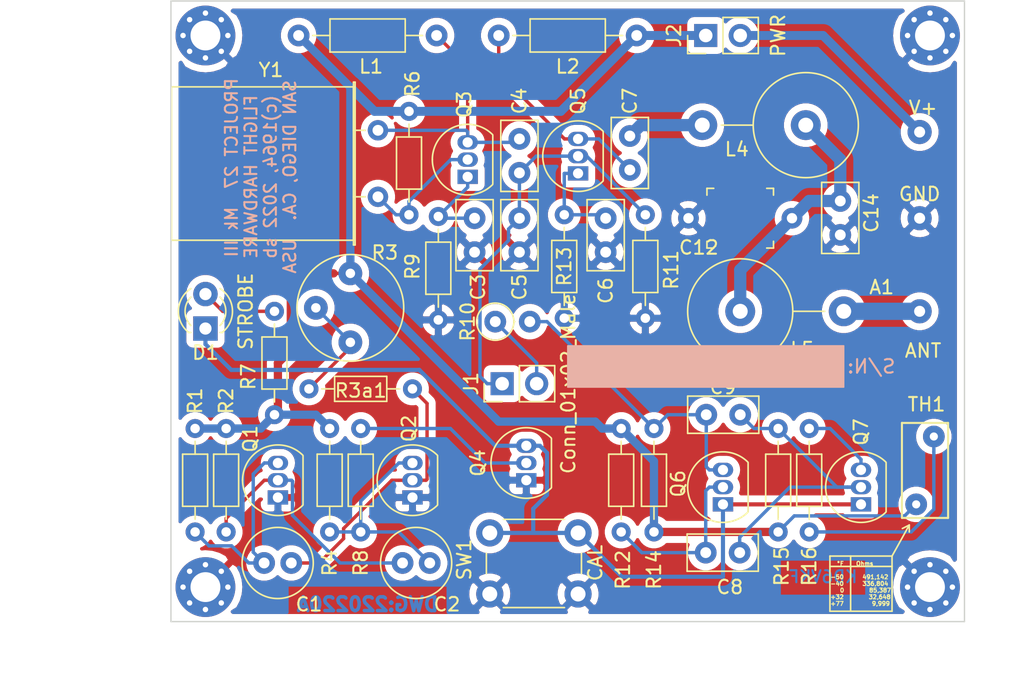
<source format=kicad_pcb>
(kicad_pcb (version 20171130) (host pcbnew "(5.1.5)-3")
  (layers (0 F.Cu signal) (31 B.Cu signal) (34 B.Paste user) (35 F.Paste user) (36 B.SilkS user) (37 F.SilkS user) (38 B.Mask user) (39 F.Mask user) (44 Edge.Cuts user))
  (net 0 "")
  (net 1 GNDREF)
  (net 2 "Net-(C1-Pad1)")
  (net 3 "Net-(C2-Pad2)")
  (net 4 "Net-(C2-Pad1)")
  (net 5 "Net-(C1-Pad2)")
  (net 6 "Net-(C3-Pad1)")
  (net 7 "Net-(C4-Pad1)")
  (net 8 "Net-(Q3-Pad2)")
  (net 9 "Net-(Q4-Pad2)")
  (net 10 "Net-(C6-Pad1)")
  (net 11 "Net-(C7-Pad1)")
  (net 12 "Net-(C4-Pad2)")
  (net 13 "Net-(C9-Pad2)")
  (net 14 "Net-(C8-Pad2)")
  (net 15 "Net-(Q7-Pad3)")
  (net 16 "Net-(C8-Pad1)")
  (net 17 "Net-(C7-Pad2)")
  (net 18 "Net-(C12-Pad1)")
  (net 19 +BATT)
  (net 20 "Net-(J1-Pad2)")
  (net 21 "Net-(D1-Pad2)")
  (net 22 "Net-(R16-Pad2)")
  (net 23 /RF_OUT)
  (net 24 "Net-(R3-Pad1)")
  (net 25 /~KEY)
  (net 26 "Net-(A2-Pad1)")
  (module Connector_PinHeader_2.54mm:PinHeader_1x02_P2.54mm_Vertical (layer F.Cu) (at 128.27 63.5 90)
    (fp_text reference J2 (at 0 -2.33 90) (layer F.SilkS))
    (fp_text value PWR (at 0 5.334 90) (layer F.SilkS))
    (pad 2 thru_hole oval (at 0 2.54 90) (size 1.7 1.7) (drill 1) (layers *.Cu *.Mask) (net 26 "Net-(A2-Pad1)"))
    (pad 1 thru_hole rect (at 0 0 90) (size 1.7 1.7) (drill 1) (layers *.Cu *.Mask) (net 19 +BATT))
  )
  (module BALOON_TX_27:Hole_100_75 (layer F.Cu) (at 144.018 83.82)
    (fp_text reference A1 (at -2.794 -1.778) (layer F.SilkS))
    (fp_text value ANT (at 0.254 2.9) (layer F.SilkS))
    (pad 1 thru_hole circle (at 0 0) (size 1.778 1.778) (drill 0.8128) (layers *.Cu *.Mask) (net 23 /RF_OUT))
  )
  (module Connector_PinHeader_2.54mm:PinHeader_1x02_P2.54mm_Vertical (layer F.Cu) (at 113.284 89.154 90)
    (fp_text reference J1 (at 0 -2.286 90) (layer F.SilkS))
    (fp_text value Conn_01x02_Male (at 0 4.87 90) (layer F.SilkS))
    (pad 2 thru_hole oval (at 0 2.54 90) (size 1.7 1.7) (drill 1) (layers *.Cu *.Mask) (net 20 "Net-(J1-Pad2)"))
    (pad 1 thru_hole rect (at 0 0 90) (size 1.7 1.7) (drill 1) (layers *.Cu *.Mask) (net 12 "Net-(C4-Pad2)"))
  )
  (module MountingHole:MountingHole_2.2mm_M2_Pad_Via (layer F.Cu) (at 91.44 104.14)
    (fp_text reference H2 hide)
    (fp_text value MountingHole_Pad)
    (pad 1 thru_hole circle (at 1.166726 -1.166726) (size 0.7 0.7) (drill 0.4) (layers *.Cu *.Mask) (net 1 GNDREF))
    (pad 1 thru_hole circle (at 0 -1.65) (size 0.7 0.7) (drill 0.4) (layers *.Cu *.Mask) (net 1 GNDREF))
    (pad 1 thru_hole circle (at -1.166726 -1.166726) (size 0.7 0.7) (drill 0.4) (layers *.Cu *.Mask) (net 1 GNDREF))
    (pad 1 thru_hole circle (at -1.65 0) (size 0.7 0.7) (drill 0.4) (layers *.Cu *.Mask) (net 1 GNDREF))
    (pad 1 thru_hole circle (at -1.166726 1.166726) (size 0.7 0.7) (drill 0.4) (layers *.Cu *.Mask) (net 1 GNDREF))
    (pad 1 thru_hole circle (at 0 1.65) (size 0.7 0.7) (drill 0.4) (layers *.Cu *.Mask) (net 1 GNDREF))
    (pad 1 thru_hole circle (at 1.166726 1.166726) (size 0.7 0.7) (drill 0.4) (layers *.Cu *.Mask) (net 1 GNDREF))
    (pad 1 thru_hole circle (at 1.65 0) (size 0.7 0.7) (drill 0.4) (layers *.Cu *.Mask) (net 1 GNDREF))
    (pad 1 thru_hole circle (at 0 0) (size 4.4 4.4) (drill 2.2) (layers *.Cu *.Mask) (net 1 GNDREF))
  )
  (module MountingHole:MountingHole_2.2mm_M2_Pad_Via (layer F.Cu) (at 91.44 63.5)
    (fp_text reference H1 hide)
    (fp_text value MountingHole_Pad)
    (pad 1 thru_hole circle (at 1.166726 -1.166726) (size 0.7 0.7) (drill 0.4) (layers *.Cu *.Mask) (net 1 GNDREF))
    (pad 1 thru_hole circle (at 0 -1.65) (size 0.7 0.7) (drill 0.4) (layers *.Cu *.Mask) (net 1 GNDREF))
    (pad 1 thru_hole circle (at -1.166726 -1.166726) (size 0.7 0.7) (drill 0.4) (layers *.Cu *.Mask) (net 1 GNDREF))
    (pad 1 thru_hole circle (at -1.65 0) (size 0.7 0.7) (drill 0.4) (layers *.Cu *.Mask) (net 1 GNDREF))
    (pad 1 thru_hole circle (at -1.166726 1.166726) (size 0.7 0.7) (drill 0.4) (layers *.Cu *.Mask) (net 1 GNDREF))
    (pad 1 thru_hole circle (at 0 1.65) (size 0.7 0.7) (drill 0.4) (layers *.Cu *.Mask) (net 1 GNDREF))
    (pad 1 thru_hole circle (at 1.166726 1.166726) (size 0.7 0.7) (drill 0.4) (layers *.Cu *.Mask) (net 1 GNDREF))
    (pad 1 thru_hole circle (at 1.65 0) (size 0.7 0.7) (drill 0.4) (layers *.Cu *.Mask) (net 1 GNDREF))
    (pad 1 thru_hole circle (at 0 0) (size 4.4 4.4) (drill 2.2) (layers *.Cu *.Mask) (net 1 GNDREF))
  )
  (module MountingHole:MountingHole_2.2mm_M2_Pad_Via (layer F.Cu) (at 144.78 104.14)
    (fp_text reference H4 hide)
    (fp_text value MountingHole_Pad)
    (pad 1 thru_hole circle (at 1.166726 -1.166726) (size 0.7 0.7) (drill 0.4) (layers *.Cu *.Mask) (net 1 GNDREF))
    (pad 1 thru_hole circle (at 0 -1.65) (size 0.7 0.7) (drill 0.4) (layers *.Cu *.Mask) (net 1 GNDREF))
    (pad 1 thru_hole circle (at -1.166726 -1.166726) (size 0.7 0.7) (drill 0.4) (layers *.Cu *.Mask) (net 1 GNDREF))
    (pad 1 thru_hole circle (at -1.65 0) (size 0.7 0.7) (drill 0.4) (layers *.Cu *.Mask) (net 1 GNDREF))
    (pad 1 thru_hole circle (at -1.166726 1.166726) (size 0.7 0.7) (drill 0.4) (layers *.Cu *.Mask) (net 1 GNDREF))
    (pad 1 thru_hole circle (at 0 1.65) (size 0.7 0.7) (drill 0.4) (layers *.Cu *.Mask) (net 1 GNDREF))
    (pad 1 thru_hole circle (at 1.166726 1.166726) (size 0.7 0.7) (drill 0.4) (layers *.Cu *.Mask) (net 1 GNDREF))
    (pad 1 thru_hole circle (at 1.65 0) (size 0.7 0.7) (drill 0.4) (layers *.Cu *.Mask) (net 1 GNDREF))
    (pad 1 thru_hole circle (at 0 0) (size 4.4 4.4) (drill 2.2) (layers *.Cu *.Mask) (net 1 GNDREF))
  )
  (module MountingHole:MountingHole_2.2mm_M2_Pad_Via (layer F.Cu) (at 144.78 63.5)
    (fp_text reference H3 hide)
    (fp_text value MountingHole_Pad)
    (pad 1 thru_hole circle (at 1.166726 -1.166726) (size 0.7 0.7) (drill 0.4) (layers *.Cu *.Mask) (net 1 GNDREF))
    (pad 1 thru_hole circle (at 0 -1.65) (size 0.7 0.7) (drill 0.4) (layers *.Cu *.Mask) (net 1 GNDREF))
    (pad 1 thru_hole circle (at -1.166726 -1.166726) (size 0.7 0.7) (drill 0.4) (layers *.Cu *.Mask) (net 1 GNDREF))
    (pad 1 thru_hole circle (at -1.65 0) (size 0.7 0.7) (drill 0.4) (layers *.Cu *.Mask) (net 1 GNDREF))
    (pad 1 thru_hole circle (at -1.166726 1.166726) (size 0.7 0.7) (drill 0.4) (layers *.Cu *.Mask) (net 1 GNDREF))
    (pad 1 thru_hole circle (at 0 1.65) (size 0.7 0.7) (drill 0.4) (layers *.Cu *.Mask) (net 1 GNDREF))
    (pad 1 thru_hole circle (at 1.166726 1.166726) (size 0.7 0.7) (drill 0.4) (layers *.Cu *.Mask) (net 1 GNDREF))
    (pad 1 thru_hole circle (at 1.65 0) (size 0.7 0.7) (drill 0.4) (layers *.Cu *.Mask) (net 1 GNDREF))
    (pad 1 thru_hole circle (at 0 0) (size 4.4 4.4) (drill 2.2) (layers *.Cu *.Mask) (net 1 GNDREF))
  )
  (module BALOON_TX_27:C_Trimmer_Murata_TZB4-B (layer F.Cu) (at 130.81 76.962 180)
    (fp_text reference C12 (at 3.048 -2.159) (layer F.SilkS))
    (fp_text value 0..68p)
    (pad 1 thru_hole circle (at -3.81 0 180) (size 1.524 1.524) (drill 0.762) (layers *.Cu *.Mask) (net 18 "Net-(C12-Pad1)"))
    (pad 2 thru_hole circle (at 3.81 0 180) (size 1.524 1.524) (drill 0.762) (layers *.Cu *.Mask) (net 1 GNDREF))
  )
  (module Potentiometer_THT:Potentiometer_Bourns_3339P_Vertical_HandSoldering (layer F.Cu) (at 102.108 86.106)
    (fp_text reference R3 (at 2.54 -6.604) (layer F.SilkS))
    (fp_text value 100k)
    (pad 1 thru_hole circle (at 0 0) (size 1.75 1.75) (drill 0.7) (layers *.Cu *.Mask) (net 24 "Net-(R3-Pad1)"))
    (pad 2 thru_hole circle (at -2.54 -2.54) (size 1.75 1.75) (drill 0.7) (layers *.Cu *.Mask) (net 24 "Net-(R3-Pad1)"))
    (pad 3 thru_hole circle (at 0 -5.08) (size 1.75 1.75) (drill 0.7) (layers *.Cu *.Mask) (net 19 +BATT))
  )
  (module Button_Switch_THT:SW_PUSH_6mm_H4.3mm (layer F.Cu) (at 118.872 104.648 180)
    (fp_text reference SW1 (at 8.382 2.54 90) (layer F.SilkS))
    (fp_text value CAL (at -1.27 2.286 90) (layer F.SilkS))
    (pad 1 thru_hole circle (at 6.5 0 270) (size 2 2) (drill 1.1) (layers *.Cu *.Mask) (net 1 GNDREF))
    (pad 2 thru_hole circle (at 6.5 4.5 270) (size 2 2) (drill 1.1) (layers *.Cu *.Mask) (net 25 /~KEY))
    (pad 1 thru_hole circle (at 0 0 270) (size 2 2) (drill 1.1) (layers *.Cu *.Mask) (net 1 GNDREF))
    (pad 2 thru_hole circle (at 0 4.5 270) (size 2 2) (drill 1.1) (layers *.Cu *.Mask) (net 25 /~KEY))
  )
  (module Inductor_THT:L_Axial_L16.0mm_D7.5mm_P7.62mm_Vertical_Fastron_XHBCC (layer F.Cu) (at 130.81 83.82)
    (fp_text reference L5 (at 4.572 2.794) (layer F.SilkS))
    (fp_text value 8T)
    (pad 2 thru_hole oval (at 7.62 0) (size 2.2 2.2) (drill 1.1) (layers *.Cu *.Mask) (net 23 /RF_OUT))
    (pad 1 thru_hole circle (at 0 0) (size 2.2 2.2) (drill 1.1) (layers *.Cu *.Mask) (net 18 "Net-(C12-Pad1)"))
  )
  (module Package_TO_SOT_THT:TO-92_Inline (layer F.Cu) (at 118.872 73.66 90)
    (fp_text reference Q5 (at 5.334 0 90) (layer F.SilkS))
    (fp_text value 2N3904)
    (pad 1 thru_hole rect (at 0 0 90) (size 1.05 1.5) (drill 0.75) (layers *.Cu *.Mask) (net 10 "Net-(C6-Pad1)"))
    (pad 3 thru_hole oval (at 2.54 0 90) (size 1.05 1.5) (drill 0.75) (layers *.Cu *.Mask) (net 11 "Net-(C7-Pad1)"))
    (pad 2 thru_hole oval (at 1.27 0 90) (size 1.05 1.5) (drill 0.75) (layers *.Cu *.Mask) (net 12 "Net-(C4-Pad2)"))
  )
  (module Capacitor_THT:C_Disc_D5.0mm_W2.5mm_P2.50mm (layer F.Cu) (at 114.554 71.12 270)
    (fp_text reference C4 (at -2.794 0 90) (layer F.SilkS))
    (fp_text value 47)
    (pad 2 thru_hole circle (at 2.5 0 270) (size 1.6 1.6) (drill 0.8) (layers *.Cu *.Mask) (net 12 "Net-(C4-Pad2)"))
    (pad 1 thru_hole circle (at 0 0 270) (size 1.6 1.6) (drill 0.8) (layers *.Cu *.Mask) (net 7 "Net-(C4-Pad1)"))
  )
  (module Capacitor_THT:C_Disc_D5.0mm_W2.5mm_P2.50mm (layer F.Cu) (at 111.252 76.962 270)
    (fp_text reference C3 (at 5.08 -0.254 90) (layer F.SilkS))
    (fp_text value 102)
    (pad 2 thru_hole circle (at 2.5 0 270) (size 1.6 1.6) (drill 0.8) (layers *.Cu *.Mask) (net 1 GNDREF))
    (pad 1 thru_hole circle (at 0 0 270) (size 1.6 1.6) (drill 0.8) (layers *.Cu *.Mask) (net 6 "Net-(C3-Pad1)"))
  )
  (module Capacitor_THT:C_Disc_D5.0mm_W2.5mm_P2.50mm (layer F.Cu) (at 120.904 76.962 270)
    (fp_text reference C6 (at 5.334 0 90) (layer F.SilkS))
    (fp_text value 103)
    (pad 2 thru_hole circle (at 2.5 0 270) (size 1.6 1.6) (drill 0.8) (layers *.Cu *.Mask) (net 1 GNDREF))
    (pad 1 thru_hole circle (at 0 0 270) (size 1.6 1.6) (drill 0.8) (layers *.Cu *.Mask) (net 10 "Net-(C6-Pad1)"))
  )
  (module Capacitor_THT:C_Disc_D5.0mm_W2.5mm_P2.50mm (layer F.Cu) (at 122.682 73.406 90)
    (fp_text reference C7 (at 5.08 0 90) (layer F.SilkS))
    (fp_text value 101)
    (pad 1 thru_hole circle (at 0 0 90) (size 1.6 1.6) (drill 0.8) (layers *.Cu *.Mask) (net 11 "Net-(C7-Pad1)"))
    (pad 2 thru_hole circle (at 2.5 0 90) (size 1.6 1.6) (drill 0.8) (layers *.Cu *.Mask) (net 17 "Net-(C7-Pad2)"))
  )
  (module Resistor_THT:R_Axial_DIN0204_L3.6mm_D1.6mm_P7.62mm_Horizontal (layer F.Cu) (at 106.426 69.088 270)
    (fp_text reference R6 (at -2.032 -0.254 90) (layer F.SilkS))
    (fp_text value 330K)
    (pad 2 thru_hole oval (at 7.62 0 270) (size 1.4 1.4) (drill 0.7) (layers *.Cu *.Mask) (net 8 "Net-(Q3-Pad2)"))
    (pad 1 thru_hole circle (at 0 0 270) (size 1.4 1.4) (drill 0.7) (layers *.Cu *.Mask) (net 19 +BATT))
  )
  (module Resistor_THT:R_Axial_DIN0204_L3.6mm_D1.6mm_P7.62mm_Horizontal (layer F.Cu) (at 108.585 76.835 270)
    (fp_text reference R9 (at 3.683 1.905 90) (layer F.SilkS))
    (fp_text value 55)
    (pad 2 thru_hole oval (at 7.62 0 270) (size 1.4 1.4) (drill 0.7) (layers *.Cu *.Mask) (net 1 GNDREF))
    (pad 1 thru_hole circle (at 0 0 270) (size 1.4 1.4) (drill 0.7) (layers *.Cu *.Mask) (net 6 "Net-(C3-Pad1)"))
  )
  (module Resistor_THT:R_Axial_DIN0204_L3.6mm_D1.6mm_P7.62mm_Horizontal (layer F.Cu) (at 123.825 76.708 270)
    (fp_text reference R11 (at 4.064 -1.905 90) (layer F.SilkS))
    (fp_text value 33k)
    (pad 2 thru_hole oval (at 7.62 0 270) (size 1.4 1.4) (drill 0.7) (layers *.Cu *.Mask) (net 1 GNDREF))
    (pad 1 thru_hole circle (at 0 0 270) (size 1.4 1.4) (drill 0.7) (layers *.Cu *.Mask) (net 12 "Net-(C4-Pad2)"))
  )
  (module Package_TO_SOT_THT:TO-92_Inline (layer F.Cu) (at 110.744 73.914 90)
    (fp_text reference Q3 (at 5.334 -0.254 90) (layer F.SilkS))
    (fp_text value 2N5088)
    (pad 1 thru_hole rect (at 0 0 90) (size 1.05 1.5) (drill 0.75) (layers *.Cu *.Mask) (net 6 "Net-(C3-Pad1)"))
    (pad 3 thru_hole oval (at 2.54 0 90) (size 1.05 1.5) (drill 0.75) (layers *.Cu *.Mask) (net 7 "Net-(C4-Pad1)"))
    (pad 2 thru_hole oval (at 1.27 0 90) (size 1.05 1.5) (drill 0.75) (layers *.Cu *.Mask) (net 8 "Net-(Q3-Pad2)"))
  )
  (module Capacitor_THT:C_Disc_D5.0mm_W2.5mm_P2.50mm (layer F.Cu) (at 114.554 76.962 270)
    (fp_text reference C5 (at 5.08 0 90) (layer F.SilkS))
    (fp_text value 4p7)
    (pad 2 thru_hole circle (at 2.5 0 270) (size 1.6 1.6) (drill 0.8) (layers *.Cu *.Mask) (net 1 GNDREF))
    (pad 1 thru_hole circle (at 0 0 270) (size 1.6 1.6) (drill 0.8) (layers *.Cu *.Mask) (net 12 "Net-(C4-Pad2)"))
  )
  (module Resistor_THT:R_Axial_DIN0204_L3.6mm_D1.6mm_P7.62mm_Horizontal (layer F.Cu) (at 117.856 76.708 270)
    (fp_text reference R13 (at 3.81 0 90) (layer F.SilkS))
    (fp_text value 10)
    (pad 2 thru_hole oval (at 7.62 0 270) (size 1.4 1.4) (drill 0.7) (layers *.Cu *.Mask) (net 1 GNDREF))
    (pad 1 thru_hole circle (at 0 0 270) (size 1.4 1.4) (drill 0.7) (layers *.Cu *.Mask) (net 10 "Net-(C6-Pad1)"))
  )
  (module Inductor_THT:L_Axial_L5.3mm_D2.2mm_P10.16mm_Horizontal_Vishay_IM-1 (layer F.Cu) (at 123.19 63.5 180)
    (fp_text reference L2 (at 5.08 -2.286) (layer F.SilkS))
    (fp_text value L)
    (pad 2 thru_hole oval (at 10.16 0 180) (size 1.6 1.6) (drill 0.8) (layers *.Cu *.Mask) (net 11 "Net-(C7-Pad1)"))
    (pad 1 thru_hole circle (at 0 0 180) (size 1.6 1.6) (drill 0.8) (layers *.Cu *.Mask) (net 19 +BATT))
  )
  (module Inductor_THT:L_Axial_L5.3mm_D2.2mm_P10.16mm_Horizontal_Vishay_IM-1 (layer F.Cu) (at 98.298 63.5)
    (fp_text reference L1 (at 5.334 2.286) (layer F.SilkS))
    (fp_text value L)
    (pad 2 thru_hole oval (at 10.16 0) (size 1.6 1.6) (drill 0.8) (layers *.Cu *.Mask) (net 7 "Net-(C4-Pad1)"))
    (pad 1 thru_hole circle (at 0 0) (size 1.6 1.6) (drill 0.8) (layers *.Cu *.Mask) (net 19 +BATT))
  )
  (module Resistor_THT:R_Axial_DIN0207_L6.3mm_D2.5mm_P2.54mm_Vertical (layer F.Cu) (at 112.776 84.582)
    (fp_text reference R10 (at -2.032 0 90) (layer F.SilkS))
    (fp_text value 10k)
    (pad 2 thru_hole oval (at 2.54 0) (size 1.6 1.6) (drill 0.8) (layers *.Cu *.Mask) (net 13 "Net-(C9-Pad2)"))
    (pad 1 thru_hole circle (at 0 0) (size 1.6 1.6) (drill 0.8) (layers *.Cu *.Mask) (net 20 "Net-(J1-Pad2)"))
  )
  (module Inductor_THT:L_Axial_L16.0mm_D7.5mm_P7.62mm_Vertical_Fastron_XHBCC (layer F.Cu) (at 135.636 70.104 180)
    (fp_text reference L4 (at 5.08 -1.778) (layer F.SilkS))
    (fp_text value 5T)
    (pad 2 thru_hole oval (at 7.62 0 180) (size 2.2 2.2) (drill 1.1) (layers *.Cu *.Mask) (net 17 "Net-(C7-Pad2)"))
    (pad 1 thru_hole circle (at 0 0 180) (size 2.2 2.2) (drill 1.1) (layers *.Cu *.Mask) (net 18 "Net-(C12-Pad1)"))
  )
  (module Capacitor_THT:C_Radial_D5.0mm_H11.0mm_P2.00mm (layer F.Cu) (at 107.95 102.362 180)
    (fp_text reference C2 (at -1.27 -3.048) (layer F.SilkS))
    (fp_text value 47u)
    (pad 2 thru_hole circle (at 2 0 180) (size 1.6 1.6) (drill 0.8) (layers *.Cu *.Mask) (net 3 "Net-(C2-Pad2)"))
    (pad 1 thru_hole circle (at 0 0 180) (size 1.6 1.6) (drill 0.8) (layers *.Cu *.Mask) (net 4 "Net-(C2-Pad1)"))
  )
  (module Capacitor_THT:C_Radial_D5.0mm_H11.0mm_P2.00mm (layer F.Cu) (at 95.758 102.362)
    (fp_text reference C1 (at 3.302 3.048) (layer F.SilkS))
    (fp_text value 47u)
    (pad 2 thru_hole circle (at 2 0) (size 1.6 1.6) (drill 0.8) (layers *.Cu *.Mask) (net 5 "Net-(C1-Pad2)"))
    (pad 1 thru_hole circle (at 0 0) (size 1.6 1.6) (drill 0.8) (layers *.Cu *.Mask) (net 2 "Net-(C1-Pad1)"))
  )
  (module Varistor:RV_Disc_D7mm_W3.4mm_P5mm (layer F.Cu) (at 143.764 98.044 90)
    (fp_text reference TH1 (at 7.366 0.762) (layer F.SilkS))
    (fp_text value "10K PTC")
    (pad 2 thru_hole circle (at 5 1.3 90) (size 1.6 1.6) (drill 0.6) (layers *.Cu *.Mask) (net 22 "Net-(R16-Pad2)"))
    (pad 1 thru_hole circle (at 0 0 90) (size 1.6 1.6) (drill 0.6) (layers *.Cu *.Mask) (net 19 +BATT))
  )
  (module LED_THT:LED_D3.0mm (layer F.Cu) (at 91.44 85.09 90)
    (fp_text reference D1 (at -1.778 0) (layer F.SilkS))
    (fp_text value STROBE (at 1.27 2.96 90) (layer F.SilkS))
    (pad 2 thru_hole circle (at 2.54 0 90) (size 1.8 1.8) (drill 0.9) (layers *.Cu *.Mask) (net 21 "Net-(D1-Pad2)"))
    (pad 1 thru_hole rect (at 0 0 90) (size 1.8 1.8) (drill 0.9) (layers *.Cu *.Mask) (net 25 /~KEY))
  )
  (module Crystal:Crystal_HC49-U_Horizontal (layer F.Cu) (at 104.14 70.485 270)
    (fp_text reference Y1 (at -4.445 7.874) (layer F.SilkS))
    (fp_text value "27.145 3OT")
    (pad 2 thru_hole circle (at 4.9 0 270) (size 1.5 1.5) (drill 0.8) (layers *.Cu *.Mask) (net 8 "Net-(Q3-Pad2)"))
    (pad 1 thru_hole circle (at 0 0 270) (size 1.5 1.5) (drill 0.8) (layers *.Cu *.Mask) (net 7 "Net-(C4-Pad1)"))
  )
  (module Resistor_THT:R_Axial_DIN0204_L3.6mm_D1.6mm_P7.62mm_Horizontal (layer F.Cu) (at 99.06 89.535)
    (fp_text reference R3a1 (at 3.81 0.127) (layer F.SilkS))
    (fp_text value 470)
    (pad 2 thru_hole oval (at 7.62 0) (size 1.4 1.4) (drill 0.7) (layers *.Cu *.Mask) (net 5 "Net-(C1-Pad2)"))
    (pad 1 thru_hole circle (at 0 0) (size 1.4 1.4) (drill 0.7) (layers *.Cu *.Mask) (net 24 "Net-(R3-Pad1)"))
  )
  (module Resistor_THT:R_Axial_DIN0204_L3.6mm_D1.6mm_P7.62mm_Horizontal (layer F.Cu) (at 135.89 92.456 270)
    (fp_text reference R16 (at 10.16 0 90) (layer F.SilkS))
    (fp_text value 470)
    (pad 2 thru_hole oval (at 7.62 0 270) (size 1.4 1.4) (drill 0.7) (layers *.Cu *.Mask) (net 22 "Net-(R16-Pad2)"))
    (pad 1 thru_hole circle (at 0 0 270) (size 1.4 1.4) (drill 0.7) (layers *.Cu *.Mask) (net 15 "Net-(Q7-Pad3)"))
  )
  (module Resistor_THT:R_Axial_DIN0204_L3.6mm_D1.6mm_P7.62mm_Horizontal (layer F.Cu) (at 133.604 100.076 90)
    (fp_text reference R15 (at -2.54 0.254 90) (layer F.SilkS))
    (fp_text value 2k7)
    (pad 2 thru_hole oval (at 7.62 0 90) (size 1.4 1.4) (drill 0.7) (layers *.Cu *.Mask) (net 16 "Net-(C8-Pad1)"))
    (pad 1 thru_hole circle (at 0 0 90) (size 1.4 1.4) (drill 0.7) (layers *.Cu *.Mask) (net 19 +BATT))
  )
  (module Resistor_THT:R_Axial_DIN0204_L3.6mm_D1.6mm_P7.62mm_Horizontal (layer F.Cu) (at 124.46 92.456 270)
    (fp_text reference R14 (at 10.414 0 90) (layer F.SilkS))
    (fp_text value 10k)
    (pad 2 thru_hole oval (at 7.62 0 270) (size 1.4 1.4) (drill 0.7) (layers *.Cu *.Mask) (net 19 +BATT))
    (pad 1 thru_hole circle (at 0 0 270) (size 1.4 1.4) (drill 0.7) (layers *.Cu *.Mask) (net 13 "Net-(C9-Pad2)"))
  )
  (module Resistor_THT:R_Axial_DIN0204_L3.6mm_D1.6mm_P7.62mm_Horizontal (layer F.Cu) (at 122.047 92.456 270)
    (fp_text reference R12 (at 10.414 -0.127 90) (layer F.SilkS))
    (fp_text value 2k7)
    (pad 2 thru_hole oval (at 7.62 0 270) (size 1.4 1.4) (drill 0.7) (layers *.Cu *.Mask) (net 14 "Net-(C8-Pad2)"))
    (pad 1 thru_hole circle (at 0 0 270) (size 1.4 1.4) (drill 0.7) (layers *.Cu *.Mask) (net 19 +BATT))
  )
  (module Resistor_THT:R_Axial_DIN0204_L3.6mm_D1.6mm_P7.62mm_Horizontal (layer F.Cu) (at 102.87 100.076 90)
    (fp_text reference R8 (at -2.286 0 90) (layer F.SilkS))
    (fp_text value 10k)
    (pad 1 thru_hole circle (at 0 0 90) (size 1.4 1.4) (drill 0.7) (layers *.Cu *.Mask) (net 4 "Net-(C2-Pad1)"))
    (pad 2 thru_hole oval (at 7.62 0 90) (size 1.4 1.4) (drill 0.7) (layers *.Cu *.Mask) (net 9 "Net-(Q4-Pad2)"))
  )
  (module Resistor_THT:R_Axial_DIN0204_L3.6mm_D1.6mm_P7.62mm_Horizontal (layer F.Cu) (at 96.52 91.44 90)
    (fp_text reference R7 (at 2.794 -1.92 90) (layer F.SilkS))
    (fp_text value 470)
    (pad 2 thru_hole oval (at 7.62 0 90) (size 1.4 1.4) (drill 0.7) (layers *.Cu *.Mask) (net 21 "Net-(D1-Pad2)"))
    (pad 1 thru_hole circle (at 0 0 90) (size 1.4 1.4) (drill 0.7) (layers *.Cu *.Mask) (net 19 +BATT))
  )
  (module Resistor_THT:R_Axial_DIN0204_L3.6mm_D1.6mm_P7.62mm_Horizontal (layer F.Cu) (at 100.584 92.456 270)
    (fp_text reference R4 (at 9.906 0 90) (layer F.SilkS))
    (fp_text value 2k7)
    (pad 2 thru_hole oval (at 7.62 0 270) (size 1.4 1.4) (drill 0.7) (layers *.Cu *.Mask) (net 4 "Net-(C2-Pad1)"))
    (pad 1 thru_hole circle (at 0 0 270) (size 1.4 1.4) (drill 0.7) (layers *.Cu *.Mask) (net 19 +BATT))
  )
  (module Resistor_THT:R_Axial_DIN0204_L3.6mm_D1.6mm_P7.62mm_Horizontal (layer F.Cu) (at 92.964 92.456 270)
    (fp_text reference R2 (at -2.032 0 90) (layer F.SilkS))
    (fp_text value 10k)
    (pad 2 thru_hole oval (at 7.62 0 270) (size 1.4 1.4) (drill 0.7) (layers *.Cu *.Mask) (net 3 "Net-(C2-Pad2)"))
    (pad 1 thru_hole circle (at 0 0 270) (size 1.4 1.4) (drill 0.7) (layers *.Cu *.Mask) (net 19 +BATT))
  )
  (module Resistor_THT:R_Axial_DIN0204_L3.6mm_D1.6mm_P7.62mm_Horizontal (layer F.Cu) (at 90.678 100.076 90)
    (fp_text reference R1 (at 9.652 0 90) (layer F.SilkS))
    (fp_text value 2k7)
    (pad 2 thru_hole oval (at 7.62 0 90) (size 1.4 1.4) (drill 0.7) (layers *.Cu *.Mask) (net 19 +BATT))
    (pad 1 thru_hole circle (at 0 0 90) (size 1.4 1.4) (drill 0.7) (layers *.Cu *.Mask) (net 2 "Net-(C1-Pad1)"))
  )
  (module Capacitor_THT:C_Disc_D5.0mm_W2.5mm_P2.50mm (layer F.Cu) (at 138.176 75.692 270)
    (fp_text reference C14 (at 0.889 -2.286 90) (layer F.SilkS))
    (fp_text value 120p)
    (pad 2 thru_hole circle (at 2.5 0 270) (size 1.6 1.6) (drill 0.8) (layers *.Cu *.Mask) (net 1 GNDREF))
    (pad 1 thru_hole circle (at 0 0 270) (size 1.6 1.6) (drill 0.8) (layers *.Cu *.Mask) (net 18 "Net-(C12-Pad1)"))
  )
  (module Capacitor_THT:C_Disc_D5.0mm_W2.5mm_P2.50mm (layer F.Cu) (at 130.81 91.44 180)
    (fp_text reference C9 (at 1.27 2.032) (layer F.SilkS))
    (fp_text value 103)
    (pad 1 thru_hole circle (at 0 0 180) (size 1.6 1.6) (drill 0.8) (layers *.Cu *.Mask) (net 16 "Net-(C8-Pad1)"))
    (pad 2 thru_hole circle (at 2.5 0 180) (size 1.6 1.6) (drill 0.8) (layers *.Cu *.Mask) (net 13 "Net-(C9-Pad2)"))
  )
  (module Capacitor_THT:C_Disc_D5.0mm_W2.5mm_P2.50mm (layer F.Cu) (at 130.77 101.6 180)
    (fp_text reference C8 (at 0.722 -2.54) (layer F.SilkS))
    (fp_text value 103)
    (pad 2 thru_hole circle (at 2.5 0 180) (size 1.6 1.6) (drill 0.8) (layers *.Cu *.Mask) (net 14 "Net-(C8-Pad2)"))
    (pad 1 thru_hole circle (at 0 0 180) (size 1.6 1.6) (drill 0.8) (layers *.Cu *.Mask) (net 16 "Net-(C8-Pad1)"))
  )
  (module Package_TO_SOT_THT:TO-92_Inline (layer F.Cu) (at 139.7 98.044 90)
    (fp_text reference Q7 (at 5.334 0 90) (layer F.SilkS))
    (fp_text value 2N3904)
    (pad 1 thru_hole rect (at 0 0 90) (size 1.05 1.5) (drill 0.75) (layers *.Cu *.Mask) (net 25 /~KEY))
    (pad 3 thru_hole oval (at 2.54 0 90) (size 1.05 1.5) (drill 0.75) (layers *.Cu *.Mask) (net 15 "Net-(Q7-Pad3)"))
    (pad 2 thru_hole oval (at 1.27 0 90) (size 1.05 1.5) (drill 0.75) (layers *.Cu *.Mask) (net 16 "Net-(C8-Pad1)"))
  )
  (module Package_TO_SOT_THT:TO-92_Inline (layer F.Cu) (at 129.54 98.044 90)
    (fp_text reference Q6 (at 1.524 -3.302 90) (layer F.SilkS))
    (fp_text value 2N3904)
    (pad 1 thru_hole rect (at 0 0 90) (size 1.05 1.5) (drill 0.75) (layers *.Cu *.Mask) (net 25 /~KEY))
    (pad 3 thru_hole oval (at 2.54 0 90) (size 1.05 1.5) (drill 0.75) (layers *.Cu *.Mask) (net 13 "Net-(C9-Pad2)"))
    (pad 2 thru_hole oval (at 1.27 0 90) (size 1.05 1.5) (drill 0.75) (layers *.Cu *.Mask) (net 14 "Net-(C8-Pad2)"))
  )
  (module Package_TO_SOT_THT:TO-92_Inline (layer F.Cu) (at 115.062 96.266 90)
    (fp_text reference Q4 (at 1.27 -3.556 90) (layer F.SilkS))
    (fp_text value 2N3904)
    (pad 1 thru_hole rect (at 0 0 90) (size 1.05 1.5) (drill 0.75) (layers *.Cu *.Mask) (net 1 GNDREF))
    (pad 3 thru_hole oval (at 2.54 0 90) (size 1.05 1.5) (drill 0.75) (layers *.Cu *.Mask) (net 25 /~KEY))
    (pad 2 thru_hole oval (at 1.27 0 90) (size 1.05 1.5) (drill 0.75) (layers *.Cu *.Mask) (net 9 "Net-(Q4-Pad2)"))
  )
  (module Package_TO_SOT_THT:TO-92_Inline (layer F.Cu) (at 106.68 97.536 90)
    (fp_text reference Q2 (at 5.08 -0.254 90) (layer F.SilkS))
    (fp_text value 2N3904)
    (pad 1 thru_hole rect (at 0 0 90) (size 1.05 1.5) (drill 0.75) (layers *.Cu *.Mask) (net 1 GNDREF))
    (pad 3 thru_hole oval (at 2.54 0 90) (size 1.05 1.5) (drill 0.75) (layers *.Cu *.Mask) (net 4 "Net-(C2-Pad1)"))
    (pad 2 thru_hole oval (at 1.27 0 90) (size 1.05 1.5) (drill 0.75) (layers *.Cu *.Mask) (net 5 "Net-(C1-Pad2)"))
  )
  (module Package_TO_SOT_THT:TO-92_Inline (layer F.Cu) (at 96.774 97.536 90)
    (fp_text reference Q1 (at 4.318 -2.032 90) (layer F.SilkS))
    (fp_text value 2N3904)
    (pad 1 thru_hole rect (at 0 0 90) (size 1.05 1.5) (drill 0.75) (layers *.Cu *.Mask) (net 1 GNDREF))
    (pad 3 thru_hole oval (at 2.54 0 90) (size 1.05 1.5) (drill 0.75) (layers *.Cu *.Mask) (net 2 "Net-(C1-Pad1)"))
    (pad 2 thru_hole oval (at 1.27 0 90) (size 1.05 1.5) (drill 0.75) (layers *.Cu *.Mask) (net 3 "Net-(C2-Pad2)"))
  )
  (module BALOON_TX_27:Hole_100_75 (layer F.Cu) (at 144.018 70.612)
    (fp_text reference A2 hide)
    (fp_text value V+ (at 0.254 -1.778) (layer F.SilkS))
    (pad 1 thru_hole circle (at 0 0) (size 1.778 1.778) (drill 0.8128) (layers *.Cu *.Mask) (net 26 "Net-(A2-Pad1)"))
  )
  (module BALOON_TX_27:Hole_100_75 (layer F.Cu) (at 144.018 76.962)
    (fp_text reference A3 hide)
    (fp_text value GND (at 0 -1.778) (layer F.SilkS))
    (pad 1 thru_hole circle (at 0 0) (size 1.778 1.778) (drill 0.8128) (layers *.Cu *.Mask) (net 1 GNDREF))
  )
  (gr_line (start 143.256 99.568) (end 142.748 99.822) (layer F.SilkS) (width 0.12))
  (gr_line (start 143.256 99.568) (end 143.256 100.076) (layer F.SilkS) (width 0.12))
  (gr_line (start 141.986 101.854) (end 143.256 99.568) (layer F.SilkS) (width 0.12))
  (gr_line (start 138.938 101.854) (end 138.938 105.918) (layer F.SilkS) (width 0.12))
  (gr_line (start 137.414 102.616) (end 141.986 102.616) (layer F.SilkS) (width 0.12))
  (gr_line (start 137.414 105.918) (end 137.414 101.854) (layer F.SilkS) (width 0.12))
  (gr_line (start 141.986 105.918) (end 137.414 105.918) (layer F.SilkS) (width 0.12))
  (gr_line (start 141.986 101.854) (end 141.986 105.918) (layer F.SilkS) (width 0.12))
  (gr_line (start 137.414 101.854) (end 141.986 101.854) (layer F.SilkS) (width 0.12))
  (gr_text "  °F    Ohms\n\n-50      491,142\n-40      336,804\n   0        85,387\n+32        32,648 \n+77         9,999 " (at 137.414 103.886) (layer F.SilkS) (effects (font (size 0.3048 0.3048) (thickness 0.0762)) (justify left)))
  (gr_text KD6VKF (at 136.906 103.378) (layer B.Cu) (effects (font (size 0.889 0.889) (thickness 0.1524)) (justify mirror)))
  (gr_text S/N: (at 140.462 87.884) (layer B.SilkS) (effects (font (size 1 1)) (justify mirror)))
  (gr_poly (pts (xy 138.43 89.408) (xy 118.11 89.408) (xy 118.11 86.36) (xy 138.43 86.36)) (layer B.SilkS) (width 0.1))
  (gr_text DWG:220220A (at 103.378 105.41) (layer B.Cu) (effects (font (size 1.016 1.016) (thickness 0.254)) (justify mirror)))
  (gr_text "PROJECT 27  Mk III  \nFLIGHT HARDWARE\n(c)1964, 2022 sb\nSAN DIEGO, CA.  USA" (at 95.504 73.914 90) (layer B.SilkS) (effects (font (size 0.889 0.889)) (justify mirror)))
  (gr_line (start 147.32 60.96) (end 147.32 106.68) (layer Edge.Cuts) (width 0.1))
  (gr_line (start 88.9 60.96) (end 147.32 60.96) (layer Edge.Cuts) (width 0.1))
  (gr_line (start 88.9 106.68) (end 88.9 60.96) (layer Edge.Cuts) (width 0.1))
  (gr_line (start 147.32 106.68) (end 88.9 106.68) (layer Edge.Cuts) (width 0.1))
  (segment (start 94.958001 95.811999) (end 95.774 94.996) (width 0.25) (layer B.Cu) (net 2))
  (segment (start 95.774 94.996) (end 96.774 94.996) (width 0.25) (layer B.Cu) (net 2))
  (segment (start 94.958001 101.562001) (end 94.958001 95.811999) (width 0.25) (layer B.Cu) (net 2))
  (segment (start 95.758 102.362) (end 94.958001 101.562001) (width 0.25) (layer B.Cu) (net 2))
  (segment (start 93.365631 101.101001) (end 91.703001 101.101001) (width 0.25) (layer B.Cu) (net 2))
  (segment (start 94.62663 102.362) (end 93.365631 101.101001) (width 0.25) (layer B.Cu) (net 2))
  (segment (start 91.377999 100.775999) (end 90.678 100.076) (width 0.25) (layer B.Cu) (net 2))
  (segment (start 91.703001 101.101001) (end 91.377999 100.775999) (width 0.25) (layer B.Cu) (net 2))
  (segment (start 95.758 102.362) (end 94.62663 102.362) (width 0.25) (layer B.Cu) (net 2))
  (segment (start 97.849001 96.341001) (end 97.774 96.266) (width 0.25) (layer B.Cu) (net 3))
  (segment (start 97.849001 98.858003) (end 97.849001 96.341001) (width 0.25) (layer B.Cu) (net 3))
  (segment (start 101.352998 102.362) (end 97.849001 98.858003) (width 0.25) (layer B.Cu) (net 3))
  (segment (start 97.774 96.266) (end 96.774 96.266) (width 0.25) (layer B.Cu) (net 3))
  (segment (start 105.95 102.362) (end 101.352998 102.362) (width 0.25) (layer B.Cu) (net 3))
  (segment (start 95.774 96.266) (end 96.774 96.266) (width 0.25) (layer F.Cu) (net 3))
  (segment (start 92.964 99.076) (end 95.774 96.266) (width 0.25) (layer F.Cu) (net 3))
  (segment (start 92.964 100.076) (end 92.964 99.076) (width 0.25) (layer F.Cu) (net 3))
  (segment (start 105.68 94.996) (end 106.68 94.996) (width 0.25) (layer B.Cu) (net 4))
  (segment (start 102.87 97.806) (end 105.68 94.996) (width 0.25) (layer B.Cu) (net 4))
  (segment (start 102.87 100.076) (end 102.87 97.806) (width 0.25) (layer B.Cu) (net 4))
  (segment (start 100.584 100.076) (end 102.87 100.076) (width 0.25) (layer B.Cu) (net 4))
  (segment (start 105.664 100.076) (end 102.87 100.076) (width 0.25) (layer B.Cu) (net 4))
  (segment (start 107.95 102.362) (end 105.664 100.076) (width 0.25) (layer B.Cu) (net 4))
  (segment (start 105.162998 96.266) (end 105.68 96.266) (width 0.25) (layer F.Cu) (net 5))
  (segment (start 101.609001 100.568001) (end 101.609001 99.819997) (width 0.25) (layer F.Cu) (net 5))
  (segment (start 105.68 96.266) (end 106.68 96.266) (width 0.25) (layer F.Cu) (net 5))
  (segment (start 99.815002 102.362) (end 101.609001 100.568001) (width 0.25) (layer F.Cu) (net 5))
  (segment (start 101.609001 99.819997) (end 105.162998 96.266) (width 0.25) (layer F.Cu) (net 5))
  (segment (start 97.758 102.362) (end 99.815002 102.362) (width 0.25) (layer F.Cu) (net 5))
  (segment (start 107.379999 90.234999) (end 106.68 89.535) (width 0.25) (layer F.Cu) (net 5))
  (segment (start 107.75501 96.19099) (end 107.75501 90.61001) (width 0.25) (layer F.Cu) (net 5))
  (segment (start 107.68 96.266) (end 107.75501 96.19099) (width 0.25) (layer F.Cu) (net 5))
  (segment (start 107.75501 90.61001) (end 107.379999 90.234999) (width 0.25) (layer F.Cu) (net 5))
  (segment (start 106.68 96.266) (end 107.68 96.266) (width 0.25) (layer F.Cu) (net 5))
  (segment (start 111.125 76.835) (end 111.252 76.962) (width 0.25) (layer B.Cu) (net 6))
  (segment (start 110.744 76.454) (end 111.252 76.962) (width 0.25) (layer B.Cu) (net 6))
  (segment (start 110.744 74.676) (end 110.744 73.914) (width 0.25) (layer B.Cu) (net 6))
  (segment (start 108.585 76.835) (end 110.744 74.676) (width 0.25) (layer B.Cu) (net 6))
  (segment (start 108.712 76.962) (end 108.585 76.835) (width 0.25) (layer B.Cu) (net 6))
  (segment (start 111.252 76.962) (end 108.712 76.962) (width 0.25) (layer B.Cu) (net 6))
  (segment (start 110.744 70.599) (end 110.744 71.374) (width 0.25) (layer B.Cu) (net 7))
  (segment (start 110.63 70.485) (end 110.744 70.599) (width 0.25) (layer B.Cu) (net 7))
  (segment (start 104.14 70.485) (end 110.63 70.485) (width 0.25) (layer B.Cu) (net 7))
  (segment (start 110.744 71.12) (end 110.744 66.307) (width 0.25) (layer F.Cu) (net 7))
  (segment (start 114.3 71.374) (end 114.554 71.12) (width 0.25) (layer B.Cu) (net 7))
  (segment (start 110.744 71.374) (end 114.3 71.374) (width 0.25) (layer B.Cu) (net 7))
  (segment (start 110.744 65.786) (end 110.744 66.307) (width 0.25) (layer F.Cu) (net 7))
  (segment (start 108.458 63.5) (end 110.744 65.786) (width 0.25) (layer F.Cu) (net 7))
  (segment (start 105.463 76.708) (end 106.426 76.708) (width 0.25) (layer B.Cu) (net 8))
  (segment (start 104.14 75.385) (end 105.463 76.708) (width 0.25) (layer B.Cu) (net 8))
  (segment (start 109.744 72.644) (end 110.744 72.644) (width 0.25) (layer B.Cu) (net 8))
  (segment (start 106.426 75.718051) (end 109.500051 72.644) (width 0.25) (layer B.Cu) (net 8))
  (segment (start 109.500051 72.644) (end 109.744 72.644) (width 0.25) (layer B.Cu) (net 8))
  (segment (start 106.426 76.708) (end 106.426 75.718051) (width 0.25) (layer B.Cu) (net 8))
  (segment (start 103.859949 92.456) (end 102.87 92.456) (width 0.25) (layer B.Cu) (net 9))
  (segment (start 115.062 94.996) (end 112.014 94.996) (width 0.25) (layer B.Cu) (net 9))
  (segment (start 109.474 92.456) (end 103.859949 92.456) (width 0.25) (layer B.Cu) (net 9))
  (segment (start 112.014 94.996) (end 109.474 92.456) (width 0.25) (layer B.Cu) (net 9))
  (segment (start 117.872 73.66) (end 118.872 73.66) (width 0.25) (layer B.Cu) (net 10))
  (segment (start 117.856 73.676) (end 117.872 73.66) (width 0.25) (layer B.Cu) (net 10))
  (segment (start 117.856 76.708) (end 117.856 73.676) (width 0.25) (layer B.Cu) (net 10))
  (segment (start 120.65 76.708) (end 120.904 76.962) (width 0.25) (layer B.Cu) (net 10))
  (segment (start 117.856 76.708) (end 120.65 76.708) (width 0.25) (layer B.Cu) (net 10))
  (segment (start 113.03 66.278) (end 113.03 64.63137) (width 0.25) (layer F.Cu) (net 11))
  (segment (start 117.872 71.12) (end 113.03 66.278) (width 0.25) (layer F.Cu) (net 11))
  (segment (start 113.03 64.63137) (end 113.03 63.5) (width 0.25) (layer F.Cu) (net 11))
  (segment (start 118.872 71.12) (end 117.872 71.12) (width 0.25) (layer F.Cu) (net 11))
  (segment (start 120.396 71.12) (end 118.872 71.12) (width 0.25) (layer B.Cu) (net 11))
  (segment (start 122.682 73.406) (end 120.396 71.12) (width 0.25) (layer B.Cu) (net 11))
  (segment (start 123.825 76.343) (end 123.825 76.708) (width 0.25) (layer B.Cu) (net 12))
  (segment (start 113.754001 78.596997) (end 113.754001 77.761999) (width 0.25) (layer B.Cu) (net 12))
  (segment (start 111.650999 80.699999) (end 113.754001 78.596997) (width 0.25) (layer B.Cu) (net 12))
  (segment (start 111.650999 88.620999) (end 111.650999 80.699999) (width 0.25) (layer B.Cu) (net 12))
  (segment (start 113.754001 77.761999) (end 114.554 76.962) (width 0.25) (layer B.Cu) (net 12))
  (segment (start 112.184 89.154) (end 111.650999 88.620999) (width 0.25) (layer B.Cu) (net 12))
  (segment (start 113.284 89.154) (end 112.184 89.154) (width 0.25) (layer B.Cu) (net 12))
  (segment (start 114.554 76.962) (end 114.554 73.62) (width 0.25) (layer B.Cu) (net 12))
  (segment (start 115.784 72.39) (end 118.872 72.39) (width 0.25) (layer B.Cu) (net 12))
  (segment (start 114.554 73.62) (end 115.784 72.39) (width 0.25) (layer B.Cu) (net 12))
  (segment (start 119.507 72.39) (end 118.872 72.39) (width 0.25) (layer B.Cu) (net 12))
  (segment (start 123.825 76.708) (end 119.507 72.39) (width 0.25) (layer B.Cu) (net 12))
  (segment (start 128.31 95.274) (end 128.54 95.504) (width 0.25) (layer B.Cu) (net 13))
  (segment (start 128.54 95.504) (end 129.54 95.504) (width 0.25) (layer B.Cu) (net 13))
  (segment (start 128.31 91.44) (end 128.31 95.274) (width 0.25) (layer B.Cu) (net 13))
  (segment (start 125.476 91.44) (end 124.46 92.456) (width 0.25) (layer B.Cu) (net 13))
  (segment (start 128.31 91.44) (end 125.476 91.44) (width 0.25) (layer B.Cu) (net 13))
  (segment (start 116.586 84.582) (end 115.316 84.582) (width 0.25) (layer B.Cu) (net 13))
  (segment (start 124.46 92.456) (end 116.586 84.582) (width 0.25) (layer B.Cu) (net 13))
  (segment (start 123.571 101.6) (end 122.047 100.076) (width 0.25) (layer B.Cu) (net 14))
  (segment (start 128.27 101.6) (end 123.571 101.6) (width 0.25) (layer B.Cu) (net 14))
  (segment (start 128.27 97.044) (end 128.54 96.774) (width 0.25) (layer B.Cu) (net 14))
  (segment (start 128.54 96.774) (end 129.54 96.774) (width 0.25) (layer B.Cu) (net 14))
  (segment (start 128.27 101.6) (end 128.27 97.044) (width 0.25) (layer B.Cu) (net 14))
  (segment (start 136.879949 92.456) (end 135.89 92.456) (width 0.25) (layer B.Cu) (net 15))
  (segment (start 137.427 92.456) (end 136.879949 92.456) (width 0.25) (layer B.Cu) (net 15))
  (segment (start 139.7 94.729) (end 137.427 92.456) (width 0.25) (layer B.Cu) (net 15))
  (segment (start 139.7 95.504) (end 139.7 94.729) (width 0.25) (layer B.Cu) (net 15))
  (segment (start 137.922 96.774) (end 133.604 92.456) (width 0.25) (layer B.Cu) (net 16))
  (segment (start 139.7 96.774) (end 137.922 96.774) (width 0.25) (layer B.Cu) (net 16))
  (segment (start 134.46463 96.774) (end 138.7 96.774) (width 0.25) (layer B.Cu) (net 16))
  (segment (start 130.77 100.46863) (end 134.46463 96.774) (width 0.25) (layer B.Cu) (net 16))
  (segment (start 138.7 96.774) (end 139.7 96.774) (width 0.25) (layer B.Cu) (net 16))
  (segment (start 130.77 101.6) (end 130.77 100.46863) (width 0.25) (layer B.Cu) (net 16))
  (segment (start 131.826 92.456) (end 130.81 91.44) (width 0.25) (layer B.Cu) (net 16))
  (segment (start 133.604 92.456) (end 131.826 92.456) (width 0.25) (layer B.Cu) (net 16))
  (segment (start 123.484 70.104) (end 122.682 70.906) (width 0.9) (layer B.Cu) (net 17))
  (segment (start 128.016 70.104) (end 123.484 70.104) (width 0.9) (layer B.Cu) (net 17))
  (segment (start 138.176 72.644) (end 138.176 75.692) (width 0.9) (layer B.Cu) (net 18))
  (segment (start 135.636 70.104) (end 138.176 72.644) (width 0.9) (layer B.Cu) (net 18))
  (segment (start 135.89 75.692) (end 134.62 76.962) (width 0.9) (layer B.Cu) (net 18))
  (segment (start 138.176 75.692) (end 135.89 75.692) (width 0.9) (layer B.Cu) (net 18))
  (segment (start 130.81 80.772) (end 134.62 76.962) (width 0.9) (layer B.Cu) (net 18))
  (segment (start 130.81 83.82) (end 130.81 80.772) (width 0.9) (layer B.Cu) (net 18))
  (segment (start 134.303999 99.376001) (end 133.604 100.076) (width 0.25) (layer B.Cu) (net 19))
  (segment (start 134.785999 98.894001) (end 134.303999 99.376001) (width 0.25) (layer B.Cu) (net 19))
  (segment (start 142.913999 98.894001) (end 134.785999 98.894001) (width 0.25) (layer B.Cu) (net 19))
  (segment (start 143.764 98.044) (end 142.913999 98.894001) (width 0.25) (layer B.Cu) (net 19))
  (segment (start 124.46 94.869) (end 122.047 92.456) (width 0.6096) (layer B.Cu) (net 19))
  (segment (start 124.46 100.076) (end 124.46 94.869) (width 0.6096) (layer B.Cu) (net 19))
  (segment (start 90.678 92.456) (end 92.964 92.456) (width 0.6096) (layer B.Cu) (net 19))
  (segment (start 95.504 92.456) (end 96.52 91.44) (width 0.6096) (layer B.Cu) (net 19))
  (segment (start 92.964 92.456) (end 95.504 92.456) (width 0.6096) (layer B.Cu) (net 19))
  (segment (start 99.568 91.44) (end 100.584 92.456) (width 0.6096) (layer B.Cu) (net 19))
  (segment (start 96.52 91.44) (end 99.568 91.44) (width 0.6096) (layer B.Cu) (net 19))
  (segment (start 100.870564 81.026) (end 102.108 81.026) (width 0.25) (layer F.Cu) (net 19))
  (segment (start 102.108 67.31) (end 98.298 63.5) (width 0.6096) (layer B.Cu) (net 19))
  (segment (start 102.108 81.026) (end 102.108 67.31) (width 0.6096) (layer B.Cu) (net 19))
  (segment (start 103.886 69.088) (end 102.108 67.31) (width 0.6604) (layer B.Cu) (net 19))
  (segment (start 106.426 69.088) (end 103.886 69.088) (width 0.6604) (layer B.Cu) (net 19))
  (segment (start 117.602 69.088) (end 123.19 63.5) (width 0.6604) (layer B.Cu) (net 19))
  (segment (start 106.426 69.088) (end 117.602 69.088) (width 0.6604) (layer B.Cu) (net 19))
  (segment (start 123.19 63.5) (end 128.27 63.5) (width 0.6604) (layer B.Cu) (net 19))
  (segment (start 128.128998 100.076) (end 124.46 100.076) (width 0.6096) (layer F.Cu) (net 19))
  (segment (start 133.604 100.076) (end 128.128998 100.076) (width 0.6096) (layer F.Cu) (net 19))
  (segment (start 99.314 81.026) (end 100.870564 81.026) (width 0.6096) (layer F.Cu) (net 19))
  (segment (start 96.774 91.186) (end 96.774 87.63) (width 0.6096) (layer F.Cu) (net 19))
  (segment (start 96.52 91.44) (end 96.774 91.186) (width 0.6096) (layer F.Cu) (net 19))
  (segment (start 96.774 87.63) (end 97.724801 86.679199) (width 0.6096) (layer F.Cu) (net 19))
  (segment (start 97.724801 86.679199) (end 97.724801 82.615199) (width 0.6096) (layer F.Cu) (net 19))
  (segment (start 97.724801 82.615199) (end 99.314 81.026) (width 0.6096) (layer F.Cu) (net 19))
  (segment (start 120.142 91.948) (end 113.03 91.948) (width 0.6096) (layer B.Cu) (net 19))
  (segment (start 120.65 92.456) (end 120.142 91.948) (width 0.6096) (layer B.Cu) (net 19))
  (segment (start 113.03 91.948) (end 102.108 81.026) (width 0.6096) (layer B.Cu) (net 19))
  (segment (start 122.047 92.456) (end 120.65 92.456) (width 0.6096) (layer B.Cu) (net 19))
  (segment (start 115.824 87.63) (end 112.776 84.582) (width 0.25) (layer B.Cu) (net 20))
  (segment (start 115.824 89.154) (end 115.824 87.63) (width 0.25) (layer B.Cu) (net 20))
  (segment (start 92.71 83.82) (end 91.44 82.55) (width 0.25) (layer F.Cu) (net 21))
  (segment (start 96.52 83.82) (end 92.71 83.82) (width 0.25) (layer F.Cu) (net 21))
  (segment (start 145.064 94.17537) (end 145.064 93.044) (width 0.25) (layer B.Cu) (net 22))
  (segment (start 145.064 98.409002) (end 145.064 94.17537) (width 0.25) (layer B.Cu) (net 22))
  (segment (start 143.397002 100.076) (end 145.064 98.409002) (width 0.25) (layer B.Cu) (net 22))
  (segment (start 135.89 100.076) (end 143.397002 100.076) (width 0.25) (layer B.Cu) (net 22))
  (segment (start 138.43 83.82) (end 144.018 83.82) (width 1.27) (layer B.Cu) (net 23))
  (segment (start 102.108 86.487) (end 102.108 86.106) (width 0.25) (layer F.Cu) (net 24))
  (segment (start 99.06 89.535) (end 102.108 86.487) (width 0.25) (layer F.Cu) (net 24))
  (segment (start 102.108 86.106) (end 99.568 83.566) (width 0.25) (layer B.Cu) (net 24))
  (segment (start 112.372 100.148) (end 118.872 100.148) (width 0.3048) (layer B.Cu) (net 25))
  (segment (start 139.7 98.044) (end 129.54 98.044) (width 0.3048) (layer F.Cu) (net 25))
  (segment (start 91.44 86.24) (end 91.44 85.09) (width 0.3048) (layer B.Cu) (net 25))
  (segment (start 107.188 88.138) (end 93.338 88.138) (width 0.3048) (layer B.Cu) (net 25))
  (segment (start 115.062 93.726) (end 112.776 93.726) (width 0.3048) (layer B.Cu) (net 25))
  (segment (start 93.338 88.138) (end 91.44 86.24) (width 0.3048) (layer B.Cu) (net 25))
  (segment (start 112.776 93.726) (end 107.188 88.138) (width 0.3048) (layer B.Cu) (net 25))
  (segment (start 116.062 93.726) (end 115.062 93.726) (width 0.3048) (layer B.Cu) (net 25))
  (segment (start 115.531106 100.148) (end 115.57 100.109106) (width 0.25) (layer B.Cu) (net 25))
  (segment (start 116.586 94.25) (end 116.062 93.726) (width 0.3048) (layer B.Cu) (net 25))
  (segment (start 112.372 100.148) (end 115.531106 100.148) (width 0.25) (layer B.Cu) (net 25))
  (segment (start 115.57 100.109106) (end 115.57 98.364213) (width 0.3048) (layer B.Cu) (net 25))
  (segment (start 115.57 98.364213) (end 116.586 97.348213) (width 0.3048) (layer B.Cu) (net 25))
  (segment (start 116.586 97.348213) (end 116.586 94.25) (width 0.3048) (layer B.Cu) (net 25))
  (segment (start 119.871999 101.147999) (end 118.872 100.148) (width 0.3048) (layer B.Cu) (net 25))
  (segment (start 122.102 103.378) (end 119.871999 101.147999) (width 0.3048) (layer B.Cu) (net 25))
  (segment (start 129.54 98.044) (end 129.54 103.378) (width 0.3048) (layer B.Cu) (net 25))
  (segment (start 129.54 103.378) (end 122.102 103.378) (width 0.3048) (layer B.Cu) (net 25))
  (segment (start 136.906 63.5) (end 144.018 70.612) (width 0.6604) (layer B.Cu) (net 26))
  (segment (start 130.81 63.5) (end 136.906 63.5) (width 0.6604) (layer B.Cu) (net 26))
  (zone (net 1) (net_name GNDREF) (layer F.Cu) (connect_pads (clearance 0.508)) (min_thickness 0.254) (fill yes (arc_segments 32) (thermal_gap 0.508) (thermal_bridge_width 0.508))
    (polygon (pts (xy 147.32 106.68) (xy 88.9 106.68) (xy 88.9 60.96) (xy 147.32 60.96)))
  )
  (zone (net 1) (net_name GNDREF) (layer B.Cu) (connect_pads (clearance 0.508)) (min_thickness 0.254) (fill yes (arc_segments 32) (thermal_gap 0.508) (thermal_bridge_width 0.508))
    (polygon (pts (xy 147.32 106.68) (xy 88.9 106.68) (xy 88.9 60.96) (xy 147.32 60.96)))
  )
)
</source>
